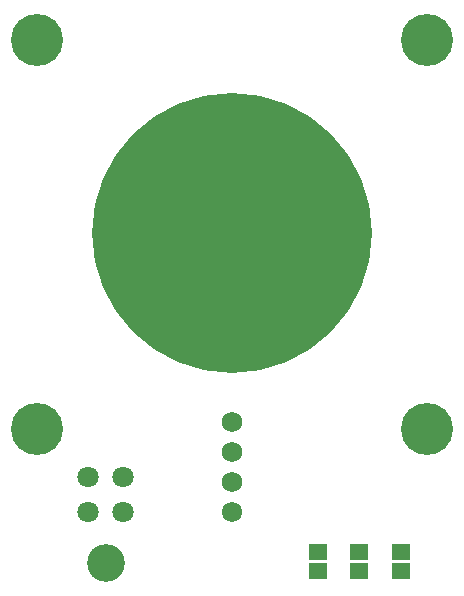
<source format=gts>
G04*
G04 #@! TF.GenerationSoftware,Altium Limited,Altium Designer,18.1.11 (251)*
G04*
G04 Layer_Color=8388736*
%FSLAX25Y25*%
%MOIN*%
G70*
G01*
G75*
%ADD13R,0.06312X0.05721*%
%ADD14C,0.12611*%
%ADD15C,0.07099*%
%ADD16C,0.17335*%
%ADD17C,0.93320*%
%ADD18C,0.06800*%
%ADD19C,0.06784*%
D13*
X274016Y119587D02*
D03*
Y126083D02*
D03*
X287795Y119587D02*
D03*
Y126083D02*
D03*
X301575Y119587D02*
D03*
Y126083D02*
D03*
D14*
X203150Y122441D02*
D03*
D15*
X197244Y151181D02*
D03*
X209055D02*
D03*
X197244Y139370D02*
D03*
X209055D02*
D03*
D16*
X180315Y296850D02*
D03*
Y166929D02*
D03*
X310236Y296850D02*
D03*
Y166929D02*
D03*
D17*
X245276Y232362D02*
D03*
D18*
Y169370D02*
D03*
Y159370D02*
D03*
Y149370D02*
D03*
D19*
Y139370D02*
D03*
M02*

</source>
